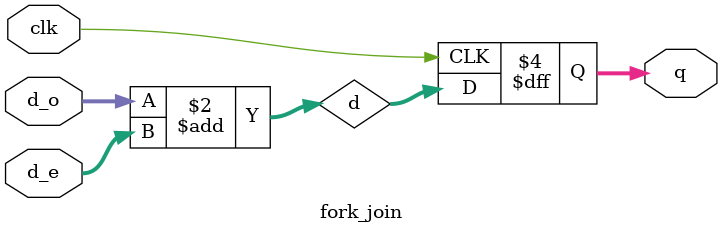
<source format=sv>
module fork_join (
    input logic clk,
    input logic [2:0] d_o, d_e,
    output logic [2:0] q
);
    
    logic [2:0] d;
    
    always_comb begin
        d = d_o + d_e;
    end
    
    always_ff @( posedge clk ) begin
        q <= d;
    end

endmodule
</source>
